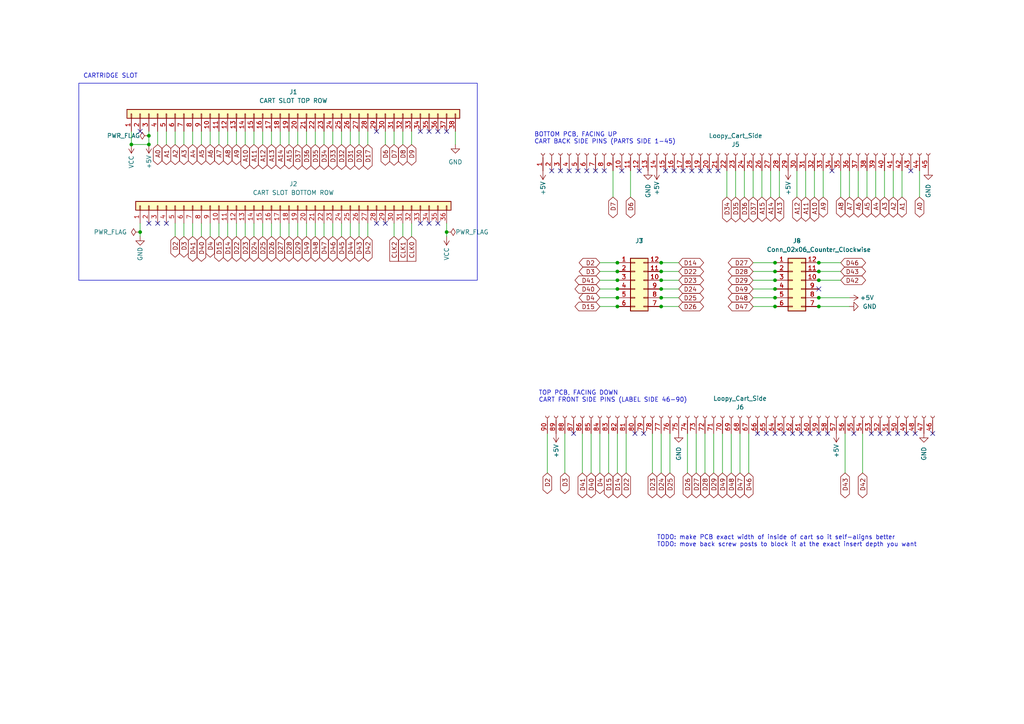
<source format=kicad_sch>
(kicad_sch (version 20231120) (generator "eeschema") (generator_version "8.0")
  (paper "A4")
  (title_block (title "OSCR CASIO LOOPY ADAPTER") (date "2023-06-14") (rev "V1"))
  (lib_symbols
    (symbol "Connector_Generic:Conn_01x36" (pin_names (offset 1.016) hide)
      (property "Reference" "J" (at 0 45.72 0))
      (property "Value" "Conn_01x36" (at 0 -48.26 0))
      (symbol "Conn_01x36_1_1"
        (pin passive line (at -5.08 43.18 0) (length 3.81) (name "Pin_1") (number "1"))
        (pin passive line (at -5.08 20.32 0) (length 3.81) (name "Pin_10") (number "10"))
        (pin passive line (at -5.08 17.78 0) (length 3.81) (name "Pin_11") (number "11"))
        (pin passive line (at -5.08 15.24 0) (length 3.81) (name "Pin_12") (number "12"))
        (pin passive line (at -5.08 12.7 0) (length 3.81) (name "Pin_13") (number "13"))
        (pin passive line (at -5.08 10.16 0) (length 3.81) (name "Pin_14") (number "14"))
        (pin passive line (at -5.08 7.62 0) (length 3.81) (name "Pin_15") (number "15"))
        (pin passive line (at -5.08 5.08 0) (length 3.81) (name "Pin_16") (number "16"))
        (pin passive line (at -5.08 2.54 0) (length 3.81) (name "Pin_17") (number "17"))
        (pin passive line (at -5.08 0 0) (length 3.81) (name "Pin_18") (number "18"))
        (pin passive line (at -5.08 -2.54 0) (length 3.81) (name "Pin_19") (number "19"))
        (pin passive line (at -5.08 40.64 0) (length 3.81) (name "Pin_2") (number "2"))
        (pin passive line (at -5.08 -5.08 0) (length 3.81) (name "Pin_20") (number "20"))
        (pin passive line (at -5.08 -7.62 0) (length 3.81) (name "Pin_21") (number "21"))
        (pin passive line (at -5.08 -10.16 0) (length 3.81) (name "Pin_22") (number "22"))
        (pin passive line (at -5.08 -12.7 0) (length 3.81) (name "Pin_23") (number "23"))
        (pin passive line (at -5.08 -15.24 0) (length 3.81) (name "Pin_24") (number "24"))
        (pin passive line (at -5.08 -17.78 0) (length 3.81) (name "Pin_25") (number "25"))
        (pin passive line (at -5.08 -20.32 0) (length 3.81) (name "Pin_26") (number "26"))
        (pin passive line (at -5.08 -22.86 0) (length 3.81) (name "Pin_27") (number "27"))
        (pin passive line (at -5.08 -25.4 0) (length 3.81) (name "Pin_28") (number "28"))
        (pin passive line (at -5.08 -27.94 0) (length 3.81) (name "Pin_29") (number "29"))
        (pin passive line (at -5.08 38.1 0) (length 3.81) (name "Pin_3") (number "3"))
        (pin passive line (at -5.08 -30.48 0) (length 3.81) (name "Pin_30") (number "30"))
        (pin passive line (at -5.08 -33.02 0) (length 3.81) (name "Pin_31") (number "31"))
        (pin passive line (at -5.08 -35.56 0) (length 3.81) (name "Pin_32") (number "32"))
        (pin passive line (at -5.08 -38.1 0) (length 3.81) (name "Pin_33") (number "33"))
        (pin passive line (at -5.08 -40.64 0) (length 3.81) (name "Pin_34") (number "34"))
        (pin passive line (at -5.08 -43.18 0) (length 3.81) (name "Pin_35") (number "35"))
        (pin passive line (at -5.08 -45.72 0) (length 3.81) (name "Pin_36") (number "36"))
        (pin passive line (at -5.08 35.56 0) (length 3.81) (name "Pin_4") (number "4"))
        (pin passive line (at -5.08 33.02 0) (length 3.81) (name "Pin_5") (number "5"))
        (pin passive line (at -5.08 30.48 0) (length 3.81) (name "Pin_6") (number "6"))
        (pin passive line (at -5.08 27.94 0) (length 3.81) (name "Pin_7") (number "7"))
        (pin passive line (at -5.08 25.4 0) (length 3.81) (name "Pin_8") (number "8"))
        (pin passive line (at -5.08 22.86 0) (length 3.81) (name "Pin_9") (number "9"))
      )
    )
    (symbol "Connector_Generic:Conn_01x38" (pin_names (offset 1.016) hide)
      (property "Reference" "J" (at 0 48.26 0))
      (property "Value" "Conn_01x38" (at 0 -50.8 0))
      (symbol "Conn_01x38_1_1"
        (pin passive line (at -5.08 45.72 0) (length 3.81) (name "Pin_1") (number "1"))
        (pin passive line (at -5.08 22.86 0) (length 3.81) (name "Pin_10") (number "10"))
        (pin passive line (at -5.08 20.32 0) (length 3.81) (name "Pin_11") (number "11"))
        (pin passive line (at -5.08 17.78 0) (length 3.81) (name "Pin_12") (number "12"))
        (pin passive line (at -5.08 15.24 0) (length 3.81) (name "Pin_13") (number "13"))
        (pin passive line (at -5.08 12.7 0) (length 3.81) (name "Pin_14") (number "14"))
        (pin passive line (at -5.08 10.16 0) (length 3.81) (name "Pin_15") (number "15"))
        (pin passive line (at -5.08 7.62 0) (length 3.81) (name "Pin_16") (number "16"))
        (pin passive line (at -5.08 5.08 0) (length 3.81) (name "Pin_17") (number "17"))
        (pin passive line (at -5.08 2.54 0) (length 3.81) (name "Pin_18") (number "18"))
        (pin passive line (at -5.08 0 0) (length 3.81) (name "Pin_19") (number "19"))
        (pin passive line (at -5.08 43.18 0) (length 3.81) (name "Pin_2") (number "2"))
        (pin passive line (at -5.08 -2.54 0) (length 3.81) (name "Pin_20") (number "20"))
        (pin passive line (at -5.08 -5.08 0) (length 3.81) (name "Pin_21") (number "21"))
        (pin passive line (at -5.08 -7.62 0) (length 3.81) (name "Pin_22") (number "22"))
        (pin passive line (at -5.08 -10.16 0) (length 3.81) (name "Pin_23") (number "23"))
        (pin passive line (at -5.08 -12.7 0) (length 3.81) (name "Pin_24") (number "24"))
        (pin passive line (at -5.08 -15.24 0) (length 3.81) (name "Pin_25") (number "25"))
        (pin passive line (at -5.08 -17.78 0) (length 3.81) (name "Pin_26") (number "26"))
        (pin passive line (at -5.08 -20.32 0) (length 3.81) (name "Pin_27") (number "27"))
        (pin passive line (at -5.08 -22.86 0) (length 3.81) (name "Pin_28") (number "28"))
        (pin passive line (at -5.08 -25.4 0) (length 3.81) (name "Pin_29") (number "29"))
        (pin passive line (at -5.08 40.64 0) (length 3.81) (name "Pin_3") (number "3"))
        (pin passive line (at -5.08 -27.94 0) (length 3.81) (name "Pin_30") (number "30"))
        (pin passive line (at -5.08 -30.48 0) (length 3.81) (name "Pin_31") (number "31"))
        (pin passive line (at -5.08 -33.02 0) (length 3.81) (name "Pin_32") (number "32"))
        (pin passive line (at -5.08 -35.56 0) (length 3.81) (name "Pin_33") (number "33"))
        (pin passive line (at -5.08 -38.1 0) (length 3.81) (name "Pin_34") (number "34"))
        (pin passive line (at -5.08 -40.64 0) (length 3.81) (name "Pin_35") (number "35"))
        (pin passive line (at -5.08 -43.18 0) (length 3.81) (name "Pin_36") (number "36"))
        (pin passive line (at -5.08 -45.72 0) (length 3.81) (name "Pin_37") (number "37"))
        (pin passive line (at -5.08 -48.26 0) (length 3.81) (name "Pin_38") (number "38"))
        (pin passive line (at -5.08 38.1 0) (length 3.81) (name "Pin_4") (number "4"))
        (pin passive line (at -5.08 35.56 0) (length 3.81) (name "Pin_5") (number "5"))
        (pin passive line (at -5.08 33.02 0) (length 3.81) (name "Pin_6") (number "6"))
        (pin passive line (at -5.08 30.48 0) (length 3.81) (name "Pin_7") (number "7"))
        (pin passive line (at -5.08 27.94 0) (length 3.81) (name "Pin_8") (number "8"))
        (pin passive line (at -5.08 25.4 0) (length 3.81) (name "Pin_9") (number "9"))
      )
    )
    (symbol "Connector_Generic:Conn_02x06_Counter_Clockwise" (pin_names (offset 1.016) hide)
      (property "Reference" "J" (at 1.27 7.62 0))
      (property "Value" "Conn_02x06_Counter_Clockwise" (at 1.27 -10.16 0))
      (symbol "Conn_02x06_Counter_Clockwise_1_1"
        (pin passive line (at -5.08 5.08 0) (length 3.81) (name "Pin_1") (number "1"))
        (pin passive line (at 7.62 0 180) (length 3.81) (name "Pin_10") (number "10"))
        (pin passive line (at 7.62 2.54 180) (length 3.81) (name "Pin_11") (number "11"))
        (pin passive line (at 7.62 5.08 180) (length 3.81) (name "Pin_12") (number "12"))
        (pin passive line (at -5.08 2.54 0) (length 3.81) (name "Pin_2") (number "2"))
        (pin passive line (at -5.08 0 0) (length 3.81) (name "Pin_3") (number "3"))
        (pin passive line (at -5.08 -2.54 0) (length 3.81) (name "Pin_4") (number "4"))
        (pin passive line (at -5.08 -5.08 0) (length 3.81) (name "Pin_5") (number "5"))
        (pin passive line (at -5.08 -7.62 0) (length 3.81) (name "Pin_6") (number "6"))
        (pin passive line (at 7.62 -7.62 180) (length 3.81) (name "Pin_7") (number "7"))
        (pin passive line (at 7.62 -5.08 180) (length 3.81) (name "Pin_8") (number "8"))
        (pin passive line (at 7.62 -2.54 180) (length 3.81) (name "Pin_9") (number "9"))
      )
    )
    (symbol "OSCR:Loopy_Cart_FrontSide_01x45" (pin_names (offset 1.016) hide)
      (property "Reference" "J" (at 0 50.8 0))
      (property "Value" "Loopy_Cart_Side" (at -1.27 54.61 0))
      (symbol "Loopy_Cart_FrontSide_01x45_1_1"
        (pin passive line (at -5.08 -63.5 0) (length 3.81) (name "") (number "46"))
        (pin passive line (at -5.08 -60.96 0) (length 3.81) (name "") (number "47"))
        (pin passive line (at -5.08 -58.42 0) (length 3.81) (name "") (number "48"))
        (pin passive line (at -5.08 -55.88 0) (length 3.81) (name "") (number "49"))
        (pin passive line (at -5.08 -53.34 0) (length 3.81) (name "") (number "50"))
        (pin passive line (at -5.08 -50.8 0) (length 3.81) (name "") (number "51"))
        (pin passive line (at -5.08 -48.26 0) (length 3.81) (name "") (number "52"))
        (pin passive line (at -5.08 -45.72 0) (length 3.81) (name "") (number "53"))
        (pin passive line (at -5.08 -43.18 0) (length 3.81) (name "") (number "54"))
        (pin passive line (at -5.08 -40.64 0) (length 3.81) (name "") (number "55"))
        (pin passive line (at -5.08 -38.1 0) (length 3.81) (name "") (number "56"))
        (pin passive line (at -5.08 -35.56 0) (length 3.81) (name "") (number "57"))
        (pin passive line (at -5.08 -33.02 0) (length 3.81) (name "") (number "58"))
        (pin passive line (at -5.08 -30.48 0) (length 3.81) (name "") (number "59"))
        (pin passive line (at -5.08 -27.94 0) (length 3.81) (name "") (number "60"))
        (pin passive line (at -5.08 -25.4 0) (length 3.81) (name "") (number "61"))
        (pin passive line (at -5.08 -22.86 0) (length 3.81) (name "") (number "62"))
        (pin passive line (at -5.08 -20.32 0) (length 3.81) (name "") (number "63"))
        (pin passive line (at -5.08 -17.78 0) (length 3.81) (name "") (number "64"))
        (pin passive line (at -5.08 -15.24 0) (length 3.81) (name "") (number "65"))
        (pin passive line (at -5.08 -12.7 0) (length 3.81) (name "") (number "66"))
        (pin passive line (at -5.08 -10.16 0) (length 3.81) (name "") (number "67"))
        (pin passive line (at -5.08 -7.62 0) (length 3.81) (name "") (number "68"))
        (pin passive line (at -5.08 -5.08 0) (length 3.81) (name "") (number "69"))
        (pin passive line (at -5.08 -2.54 0) (length 3.81) (name "") (number "70"))
        (pin passive line (at -5.08 0 0) (length 3.81) (name "") (number "71"))
        (pin passive line (at -5.08 2.54 0) (length 3.81) (name "") (number "72"))
        (pin passive line (at -5.08 5.08 0) (length 3.81) (name "") (number "73"))
        (pin passive line (at -5.08 7.62 0) (length 3.81) (name "") (number "74"))
        (pin passive line (at -5.08 10.16 0) (length 3.81) (name "") (number "75"))
        (pin passive line (at -5.08 12.7 0) (length 3.81) (name "") (number "76"))
        (pin passive line (at -5.08 15.24 0) (length 3.81) (name "") (number "77"))
        (pin passive line (at -5.08 17.78 0) (length 3.81) (name "") (number "78"))
        (pin passive line (at -5.08 20.32 0) (length 3.81) (name "") (number "79"))
        (pin passive line (at -5.08 22.86 0) (length 3.81) (name "") (number "80"))
        (pin passive line (at -5.08 25.4 0) (length 3.81) (name "") (number "81"))
        (pin passive line (at -5.08 27.94 0) (length 3.81) (name "") (number "82"))
        (pin passive line (at -5.08 30.48 0) (length 3.81) (name "") (number "83"))
        (pin passive line (at -5.08 33.02 0) (length 3.81) (name "") (number "84"))
        (pin passive line (at -5.08 35.56 0) (length 3.81) (name "") (number "85"))
        (pin passive line (at -5.08 38.1 0) (length 3.81) (name "") (number "86"))
        (pin passive line (at -5.08 40.64 0) (length 3.81) (name "") (number "87"))
        (pin passive line (at -5.08 43.18 0) (length 3.81) (name "") (number "88"))
        (pin passive line (at -5.08 45.72 0) (length 3.81) (name "") (number "89"))
        (pin passive line (at -5.08 48.26 0) (length 3.81) (name "") (number "90"))
      )
    )
    (symbol "OSCR:Loopy_Cart_Side_01x45" (pin_names (offset 1.016) hide)
      (property "Reference" "J" (at 0 50.8 0))
      (property "Value" "Loopy_Cart_Side" (at -1.27 54.61 0))
      (symbol "Loopy_Cart_Side_01x45_1_1"
        (pin passive line (at -5.08 48.26 0) (length 3.81) (name "Pin_1") (number "1"))
        (pin passive line (at -5.08 25.4 0) (length 3.81) (name "Pin_10") (number "10"))
        (pin passive line (at -5.08 22.86 0) (length 3.81) (name "Pin_11") (number "11"))
        (pin passive line (at -5.08 20.32 0) (length 3.81) (name "Pin_12") (number "12"))
        (pin passive line (at -5.08 17.78 0) (length 3.81) (name "Pin_13") (number "13"))
        (pin passive line (at -5.08 15.24 0) (length 3.81) (name "Pin_14") (number "14"))
        (pin passive line (at -5.08 12.7 0) (length 3.81) (name "Pin_15") (number "15"))
        (pin passive line (at -5.08 10.16 0) (length 3.81) (name "Pin_16") (number "16"))
        (pin passive line (at -5.08 7.62 0) (length 3.81) (name "Pin_17") (number "17"))
        (pin passive line (at -5.08 5.08 0) (length 3.81) (name "Pin_18") (number "18"))
        (pin passive line (at -5.08 2.54 0) (length 3.81) (name "Pin_19") (number "19"))
        (pin passive line (at -5.08 45.72 0) (length 3.81) (name "Pin_2") (number "2"))
        (pin passive line (at -5.08 0 0) (length 3.81) (name "Pin_20") (number "20"))
        (pin passive line (at -5.08 -2.54 0) (length 3.81) (name "Pin_21") (number "21"))
        (pin passive line (at -5.08 -5.08 0) (length 3.81) (name "Pin_22") (number "22"))
        (pin passive line (at -5.08 -7.62 0) (length 3.81) (name "Pin_23") (number "23"))
        (pin passive line (at -5.08 -10.16 0) (length 3.81) (name "Pin_24") (number "24"))
        (pin passive line (at -5.08 -12.7 0) (length 3.81) (name "Pin_25") (number "25"))
        (pin passive line (at -5.08 -15.24 0) (length 3.81) (name "Pin_26") (number "26"))
        (pin passive line (at -5.08 -17.78 0) (length 3.81) (name "Pin_27") (number "27"))
        (pin passive line (at -5.08 -20.32 0) (length 3.81) (name "Pin_28") (number "28"))
        (pin passive line (at -5.08 -22.86 0) (length 3.81) (name "Pin_29") (number "29"))
        (pin passive line (at -5.08 43.18 0) (length 3.81) (name "Pin_3") (number "3"))
        (pin passive line (at -5.08 -25.4 0) (length 3.81) (name "Pin_30") (number "30"))
        (pin passive line (at -5.08 -27.94 0) (length 3.81) (name "Pin_31") (number "31"))
        (pin passive line (at -5.08 -30.48 0) (length 3.81) (name "Pin_32") (number "32"))
        (pin passive line (at -5.08 -33.02 0) (length 3.81) (name "Pin_33") (number "33"))
        (pin passive line (at -5.08 -35.56 0) (length 3.81) (name "Pin_34") (number "34"))
        (pin passive line (at -5.08 -38.1 0) (length 3.81) (name "Pin_35") (number "35"))
        (pin passive line (at -5.08 -40.64 0) (length 3.81) (name "Pin_36") (number "36"))
        (pin passive line (at -5.08 -43.18 0) (length 3.81) (name "Pin_37") (number "37"))
        (pin passive line (at -5.08 -45.72 0) (length 3.81) (name "Pin_38") (number "38"))
        (pin passive line (at -5.08 -48.26 0) (length 3.81) (name "Pin_39") (number "39"))
        (pin passive line (at -5.08 40.64 0) (length 3.81) (name "Pin_4") (number "4"))
        (pin passive line (at -5.08 -50.8 0) (length 3.81) (name "Pin_40") (number "40"))
        (pin passive line (at -5.08 -53.34 0) (length 3.81) (name "Pin_41") (number "41"))
        (pin passive line (at -5.08 -55.88 0) (length 3.81) (name "Pin_42") (number "42"))
        (pin passive line (at -5.08 -58.42 0) (length 3.81) (name "Pin_43") (number "43"))
        (pin passive line (at -5.08 -60.96 0) (length 3.81) (name "Pin_44") (number "44"))
        (pin passive line (at -5.08 -63.5 0) (length 3.81) (name "Pin_45") (number "45"))
        (pin passive line (at -5.08 38.1 0) (length 3.81) (name "Pin_5") (number "5"))
        (pin passive line (at -5.08 35.56 0) (length 3.81) (name "Pin_6") (number "6"))
        (pin passive line (at -5.08 33.02 0) (length 3.81) (name "Pin_7") (number "7"))
        (pin passive line (at -5.08 30.48 0) (length 3.81) (name "Pin_8") (number "8"))
        (pin passive line (at -5.08 27.94 0) (length 3.81) (name "Pin_9") (number "9"))
      )
    )
    (symbol "power:+5V" (power) (pin_names (offset 0))
      (property "Value" "+5V" (at 0 3.556 0))
      (symbol "+5V_1_1"
        (pin power_in line (at 0 0 90) (length 0) hide (name "+5V") (number "1"))
      )
    )
    (symbol "power:GND" (power) (pin_names (offset 0))
      (property "Value" "GND" (at 0 -3.81 0))
      (symbol "GND_1_1"
        (pin power_in line (at 0 0 270) (length 0) hide (name "GND") (number "1"))
      )
    )
    (symbol "power:PWR_FLAG" (power) (pin_numbers hide) (pin_names (offset 0) hide)
      (property "Value" "PWR_FLAG" (at 0 3.81 0))
      (symbol "PWR_FLAG_0_0"
        (pin power_out line (at 0 0 90) (length 0) (name "pwr") (number "1"))
      )
    )
    (symbol "power:VCC" (power) (pin_names (offset 0))
      (property "Value" "VCC" (at 0 3.81 0))
      (symbol "VCC_1_1"
        (pin power_in line (at 0 0 90) (length 0) hide (name "VCC") (number "1"))
      )
    )
  )
  (junction (at 43.18 41.91))
  (junction (at 224.79 86.36))
  (junction (at 191.77 83.82))
  (junction (at 237.49 78.74))
  (junction (at 179.07 86.36))
  (junction (at 191.77 86.36))
  (junction (at 179.07 81.28))
  (junction (at 224.79 81.28))
  (junction (at 38.1 41.91))
  (junction (at 191.77 76.2))
  (junction (at 191.77 88.9))
  (junction (at 237.49 81.28))
  (junction (at 40.64 67.31))
  (junction (at 129.54 67.31))
  (junction (at 237.49 76.2))
  (junction (at 224.79 88.9))
  (junction (at 179.07 76.2))
  (junction (at 224.79 76.2))
  (junction (at 179.07 78.74))
  (junction (at 179.07 83.82))
  (junction (at 43.18 39.37))
  (junction (at 224.79 83.82))
  (junction (at 179.07 88.9))
  (junction (at 224.79 78.74))
  (junction (at 237.49 88.9))
  (junction (at 191.77 78.74))
  (junction (at 191.77 81.28))
  (junction (at 237.49 86.36))
  (no_connect (at 262.89 125.73))
  (no_connect (at 264.16 49.53))
  (no_connect (at 222.25 125.73))
  (no_connect (at 219.71 125.73))
  (no_connect (at 200.66 49.53))
  (no_connect (at 240.03 125.73))
  (no_connect (at 265.43 125.73))
  (no_connect (at 109.22 38.1))
  (no_connect (at 205.74 49.53))
  (no_connect (at 166.37 125.73))
  (no_connect (at 208.28 49.53))
  (no_connect (at 170.18 49.53))
  (no_connect (at 232.41 125.73))
  (no_connect (at 172.72 49.53))
  (no_connect (at 198.12 49.53))
  (no_connect (at 185.42 49.53))
  (no_connect (at 195.58 49.53))
  (no_connect (at 184.15 125.73))
  (no_connect (at 247.65 125.73))
  (no_connect (at 175.26 49.53))
  (no_connect (at 255.27 125.73))
  (no_connect (at 203.2 49.53))
  (no_connect (at 40.64 38.1))
  (no_connect (at 257.81 125.73))
  (no_connect (at 121.92 64.77))
  (no_connect (at 124.46 64.77))
  (no_connect (at 127 64.77))
  (no_connect (at 121.92 38.1))
  (no_connect (at 124.46 38.1))
  (no_connect (at 127 38.1))
  (no_connect (at 129.54 38.1))
  (no_connect (at 270.51 125.73))
  (no_connect (at 260.35 125.73))
  (no_connect (at 252.73 125.73))
  (no_connect (at 227.33 125.73))
  (no_connect (at 160.02 49.53))
  (no_connect (at 167.64 49.53))
  (no_connect (at 165.1 49.53))
  (no_connect (at 234.95 125.73))
  (no_connect (at 186.69 125.73))
  (no_connect (at 241.3 49.53))
  (no_connect (at 237.49 125.73))
  (no_connect (at 162.56 49.53))
  (no_connect (at 229.87 125.73))
  (no_connect (at 193.04 49.53))
  (no_connect (at 43.18 64.77))
  (no_connect (at 45.72 64.77))
  (no_connect (at 48.26 64.77))
  (no_connect (at 109.22 64.77))
  (no_connect (at 111.76 64.77))
  (no_connect (at 237.49 83.82))
  (no_connect (at 224.79 125.73))
  (no_connect (at 180.34 49.53))
  (wire (pts (xy 53.34 64.77) (xy 53.34 68.58)))
  (wire (pts (xy 266.7 49.53) (xy 266.7 57.15)))
  (wire (pts (xy 60.96 64.77) (xy 60.96 68.58)))
  (wire (pts (xy 177.8 49.53) (xy 177.8 57.15)))
  (wire (pts (xy 114.3 38.1) (xy 114.3 41.91)))
  (wire (pts (xy 96.52 38.1) (xy 96.52 41.91)))
  (wire (pts (xy 81.28 38.1) (xy 81.28 41.91)))
  (wire (pts (xy 238.76 49.53) (xy 238.76 57.15)))
  (wire (pts (xy 261.62 49.53) (xy 261.62 57.15)))
  (wire (pts (xy 173.99 81.28) (xy 179.07 81.28)))
  (wire (pts (xy 243.84 49.53) (xy 243.84 57.15)))
  (wire (pts (xy 86.36 64.77) (xy 86.36 68.58)))
  (wire (pts (xy 231.14 49.53) (xy 231.14 57.15)))
  (wire (pts (xy 199.39 125.73) (xy 199.39 137.16)))
  (wire (pts (xy 237.49 86.36) (xy 246.38 86.36)))
  (wire (pts (xy 254 49.53) (xy 254 57.15)))
  (wire (pts (xy 173.99 78.74) (xy 179.07 78.74)))
  (wire (pts (xy 111.76 38.1) (xy 111.76 41.91)))
  (wire (pts (xy 217.17 125.73) (xy 217.17 137.16)))
  (wire (pts (xy 45.72 38.1) (xy 45.72 41.91)))
  (wire (pts (xy 78.74 38.1) (xy 78.74 41.91)))
  (wire (pts (xy 38.1 38.1) (xy 38.1 41.91)))
  (wire (pts (xy 76.2 38.1) (xy 76.2 41.91)))
  (wire (pts (xy 83.82 64.77) (xy 83.82 68.58)))
  (wire (pts (xy 119.38 64.77) (xy 119.38 68.58)))
  (wire (pts (xy 114.3 64.77) (xy 114.3 68.58)))
  (wire (pts (xy 168.91 125.73) (xy 168.91 137.16)))
  (wire (pts (xy 76.2 64.77) (xy 76.2 68.58)))
  (wire (pts (xy 68.58 38.1) (xy 68.58 41.91)))
  (wire (pts (xy 245.11 125.73) (xy 245.11 137.16)))
  (wire (pts (xy 43.18 38.1) (xy 43.18 39.37)))
  (wire (pts (xy 43.18 39.37) (xy 43.18 41.91)))
  (wire (pts (xy 50.8 38.1) (xy 50.8 41.91)))
  (wire (pts (xy 236.22 49.53) (xy 236.22 57.15)))
  (wire (pts (xy 218.44 81.28) (xy 224.79 81.28)))
  (wire (pts (xy 215.9 49.53) (xy 215.9 57.15)))
  (wire (pts (xy 243.84 81.28) (xy 237.49 81.28)))
  (wire (pts (xy 48.26 38.1) (xy 48.26 41.91)))
  (wire (pts (xy 179.07 125.73) (xy 179.07 137.16)))
  (wire (pts (xy 226.06 49.53) (xy 226.06 57.15)))
  (wire (pts (xy 86.36 38.1) (xy 86.36 41.91)))
  (wire (pts (xy 191.77 83.82) (xy 196.85 83.82)))
  (wire (pts (xy 101.6 64.77) (xy 101.6 68.58)))
  (wire (pts (xy 181.61 125.73) (xy 181.61 137.16)))
  (wire (pts (xy 73.66 38.1) (xy 73.66 41.91)))
  (wire (pts (xy 83.82 38.1) (xy 83.82 41.91)))
  (wire (pts (xy 93.98 64.77) (xy 93.98 68.58)))
  (polyline (pts (xy 22.86 24.13) (xy 22.86 81.28)))
  (polyline (pts (xy 22.86 24.13) (xy 138.43 24.13)))
  (polyline (pts (xy 138.43 24.13) (xy 138.43 81.28)))
  (polyline (pts (xy 138.43 81.28) (xy 22.86 81.28)))
  (wire (pts (xy 191.77 76.2) (xy 196.85 76.2)))
  (wire (pts (xy 58.42 64.77) (xy 58.42 68.58)))
  (wire (pts (xy 55.88 38.1) (xy 55.88 41.91)))
  (wire (pts (xy 104.14 38.1) (xy 104.14 41.91)))
  (wire (pts (xy 214.63 125.73) (xy 214.63 137.16)))
  (wire (pts (xy 173.99 86.36) (xy 179.07 86.36)))
  (wire (pts (xy 99.06 38.1) (xy 99.06 41.91)))
  (wire (pts (xy 99.06 64.77) (xy 99.06 68.58)))
  (wire (pts (xy 81.28 64.77) (xy 81.28 68.58)))
  (wire (pts (xy 204.47 125.73) (xy 204.47 137.16)))
  (wire (pts (xy 68.58 64.77) (xy 68.58 68.58)))
  (wire (pts (xy 243.84 78.74) (xy 237.49 78.74)))
  (wire (pts (xy 71.12 38.1) (xy 71.12 41.91)))
  (wire (pts (xy 91.44 38.1) (xy 91.44 41.91)))
  (wire (pts (xy 116.84 38.1) (xy 116.84 41.91)))
  (wire (pts (xy 194.31 125.73) (xy 194.31 137.16)))
  (wire (pts (xy 50.8 64.77) (xy 50.8 68.58)))
  (wire (pts (xy 38.1 41.91) (xy 43.18 41.91)))
  (wire (pts (xy 173.99 88.9) (xy 179.07 88.9)))
  (wire (pts (xy 243.84 76.2) (xy 237.49 76.2)))
  (wire (pts (xy 71.12 64.77) (xy 71.12 68.58)))
  (wire (pts (xy 171.45 125.73) (xy 171.45 137.16)))
  (wire (pts (xy 58.42 38.1) (xy 58.42 41.91)))
  (wire (pts (xy 233.68 49.53) (xy 233.68 57.15)))
  (wire (pts (xy 163.83 125.73) (xy 163.83 137.16)))
  (wire (pts (xy 173.99 76.2) (xy 179.07 76.2)))
  (wire (pts (xy 212.09 125.73) (xy 212.09 137.16)))
  (wire (pts (xy 259.08 49.53) (xy 259.08 57.15)))
  (wire (pts (xy 218.44 86.36) (xy 224.79 86.36)))
  (wire (pts (xy 53.34 38.1) (xy 53.34 41.91)))
  (wire (pts (xy 218.44 76.2) (xy 224.79 76.2)))
  (wire (pts (xy 191.77 86.36) (xy 196.85 86.36)))
  (wire (pts (xy 116.84 64.77) (xy 116.84 68.58)))
  (wire (pts (xy 106.68 38.1) (xy 106.68 41.91)))
  (wire (pts (xy 191.77 125.73) (xy 191.77 137.16)))
  (wire (pts (xy 191.77 78.74) (xy 196.85 78.74)))
  (wire (pts (xy 220.98 49.53) (xy 220.98 57.15)))
  (wire (pts (xy 63.5 38.1) (xy 63.5 41.91)))
  (wire (pts (xy 173.99 125.73) (xy 173.99 137.16)))
  (wire (pts (xy 182.88 49.53) (xy 182.88 57.15)))
  (wire (pts (xy 96.52 64.77) (xy 96.52 68.58)))
  (wire (pts (xy 223.52 49.53) (xy 223.52 57.15)))
  (wire (pts (xy 66.04 64.77) (xy 66.04 68.58)))
  (wire (pts (xy 218.44 83.82) (xy 224.79 83.82)))
  (wire (pts (xy 213.36 49.53) (xy 213.36 57.15)))
  (wire (pts (xy 218.44 78.74) (xy 224.79 78.74)))
  (wire (pts (xy 246.38 49.53) (xy 246.38 57.15)))
  (wire (pts (xy 251.46 49.53) (xy 251.46 57.15)))
  (wire (pts (xy 173.99 83.82) (xy 179.07 83.82)))
  (wire (pts (xy 132.08 38.1) (xy 132.08 41.91)))
  (wire (pts (xy 78.74 64.77) (xy 78.74 68.58)))
  (wire (pts (xy 218.44 88.9) (xy 224.79 88.9)))
  (wire (pts (xy 158.75 125.73) (xy 158.75 137.16)))
  (wire (pts (xy 119.38 38.1) (xy 119.38 41.91)))
  (wire (pts (xy 66.04 38.1) (xy 66.04 41.91)))
  (wire (pts (xy 237.49 88.9) (xy 246.38 88.9)))
  (wire (pts (xy 209.55 125.73) (xy 209.55 137.16)))
  (wire (pts (xy 60.96 38.1) (xy 60.96 41.91)))
  (wire (pts (xy 88.9 64.77) (xy 88.9 68.58)))
  (wire (pts (xy 191.77 81.28) (xy 196.85 81.28)))
  (wire (pts (xy 88.9 38.1) (xy 88.9 41.91)))
  (wire (pts (xy 210.82 49.53) (xy 210.82 57.15)))
  (wire (pts (xy 189.23 125.73) (xy 189.23 137.16)))
  (wire (pts (xy 91.44 64.77) (xy 91.44 68.58)))
  (wire (pts (xy 218.44 49.53) (xy 218.44 57.15)))
  (wire (pts (xy 73.66 64.77) (xy 73.66 68.58)))
  (wire (pts (xy 129.54 64.77) (xy 129.54 67.31)))
  (wire (pts (xy 129.54 67.31) (xy 129.54 68.58)))
  (wire (pts (xy 248.92 49.53) (xy 248.92 57.15)))
  (wire (pts (xy 176.53 125.73) (xy 176.53 137.16)))
  (wire (pts (xy 93.98 38.1) (xy 93.98 41.91)))
  (wire (pts (xy 55.88 64.77) (xy 55.88 68.58)))
  (wire (pts (xy 101.6 38.1) (xy 101.6 41.91)))
  (wire (pts (xy 40.64 64.77) (xy 40.64 67.31)))
  (wire (pts (xy 40.64 67.31) (xy 40.64 68.58)))
  (wire (pts (xy 104.14 64.77) (xy 104.14 68.58)))
  (wire (pts (xy 256.54 49.53) (xy 256.54 57.15)))
  (wire (pts (xy 191.77 88.9) (xy 196.85 88.9)))
  (wire (pts (xy 250.19 125.73) (xy 250.19 137.16)))
  (wire (pts (xy 201.93 125.73) (xy 201.93 137.16)))
  (wire (pts (xy 106.68 64.77) (xy 106.68 68.58)))
  (wire (pts (xy 63.5 64.77) (xy 63.5 68.58)))
  (wire (pts (xy 207.01 125.73) (xy 207.01 137.16)))
  (text "TODO: make PCB exact width of inside of cart so it self-aligns better\nTODO: move back screw posts to block it at the exact insert depth you want" (at 190.5 158.75 0) (effects (font (size 1.27 1.27)) (justify left bottom)))
  (text "CARTRIDGE SLOT" (at 24.13 22.86 0) (effects (font (size 1.27 1.27)) (justify left bottom)))
  (text "TOP PCB, FACING DOWN\nCART FRONT SIDE PINS (LABEL SIDE 46-90)" (at 156.21 116.84 0) (effects (font (size 1.27 1.27)) (justify left bottom)))
  (text "BOTTOM PCB, FACING UP\nCART BACK SIDE PINS (PARTS SIDE 1-45)" (at 154.94 41.91 0) (effects (font (size 1.27 1.27)) (justify left bottom)))
  (global_label "A6" (shape bidirectional) (at 60.96 41.91 270) (property "Intersheetrefs" "${INTERSHEET_REFS}" (effects (hide yes))))
  (global_label "D26" (shape bidirectional) (at 199.39 137.16 270) (property "Intersheetrefs" "${INTERSHEET_REFS}" (effects (hide yes))))
  (global_label "D29" (shape bidirectional) (at 86.36 68.58 270) (property "Intersheetrefs" "${INTERSHEET_REFS}" (effects (hide yes))))
  (global_label "A9" (shape bidirectional) (at 68.58 41.91 270) (property "Intersheetrefs" "${INTERSHEET_REFS}" (effects (hide yes))))
  (global_label "D31" (shape bidirectional) (at 101.6 41.91 270) (property "Intersheetrefs" "${INTERSHEET_REFS}" (effects (hide yes))))
  (global_label "D35" (shape bidirectional) (at 213.36 57.15 270) (property "Intersheetrefs" "${INTERSHEET_REFS}" (effects (hide yes))))
  (global_label "D24" (shape bidirectional) (at 73.66 68.58 270) (property "Intersheetrefs" "${INTERSHEET_REFS}" (effects (hide yes))))
  (global_label "D29" (shape bidirectional) (at 218.44 81.28 180) (property "Intersheetrefs" "${INTERSHEET_REFS}" (effects (hide yes))))
  (global_label "D41" (shape bidirectional) (at 173.99 81.28 180) (property "Intersheetrefs" "${INTERSHEET_REFS}" (effects (hide yes))))
  (global_label "D49" (shape bidirectional) (at 218.44 83.82 180) (property "Intersheetrefs" "${INTERSHEET_REFS}" (effects (hide yes))))
  (global_label "D17" (shape bidirectional) (at 106.68 41.91 270) (property "Intersheetrefs" "${INTERSHEET_REFS}" (effects (hide yes))))
  (global_label "D28" (shape bidirectional) (at 218.44 78.74 180) (property "Intersheetrefs" "${INTERSHEET_REFS}" (effects (hide yes))))
  (global_label "D34" (shape bidirectional) (at 93.98 41.91 270) (property "Intersheetrefs" "${INTERSHEET_REFS}" (effects (hide yes))))
  (global_label "A11" (shape bidirectional) (at 73.66 41.91 270) (property "Intersheetrefs" "${INTERSHEET_REFS}" (effects (hide yes))))
  (global_label "D40" (shape bidirectional) (at 171.45 137.16 270) (property "Intersheetrefs" "${INTERSHEET_REFS}" (effects (hide yes))))
  (global_label "D46" (shape bidirectional) (at 96.52 68.58 270) (property "Intersheetrefs" "${INTERSHEET_REFS}" (effects (hide yes))))
  (global_label "D25" (shape bidirectional) (at 76.2 68.58 270) (property "Intersheetrefs" "${INTERSHEET_REFS}" (effects (hide yes))))
  (global_label "A4" (shape bidirectional) (at 254 57.15 270) (property "Intersheetrefs" "${INTERSHEET_REFS}" (effects (hide yes))))
  (global_label "D7" (shape bidirectional) (at 177.8 57.15 270) (property "Intersheetrefs" "${INTERSHEET_REFS}" (effects (hide yes))))
  (global_label "CLK1" (shape input) (at 116.84 68.58 270) (property "Intersheetrefs" "${INTERSHEET_REFS}" (effects (hide yes))))
  (global_label "A5" (shape bidirectional) (at 58.42 41.91 270) (property "Intersheetrefs" "${INTERSHEET_REFS}" (effects (hide yes))))
  (global_label "A0" (shape bidirectional) (at 266.7 57.15 270) (property "Intersheetrefs" "${INTERSHEET_REFS}" (effects (hide yes))))
  (global_label "D14" (shape bidirectional) (at 196.85 76.2 0) (property "Intersheetrefs" "${INTERSHEET_REFS}" (effects (hide yes))))
  (global_label "D3" (shape bidirectional) (at 173.99 78.74 180) (property "Intersheetrefs" "${INTERSHEET_REFS}" (effects (hide yes))))
  (global_label "D49" (shape bidirectional) (at 88.9 68.58 270) (property "Intersheetrefs" "${INTERSHEET_REFS}" (effects (hide yes))))
  (global_label "D7" (shape bidirectional) (at 114.3 41.91 270) (property "Intersheetrefs" "${INTERSHEET_REFS}" (effects (hide yes))))
  (global_label "D41" (shape bidirectional) (at 168.91 137.16 270) (property "Intersheetrefs" "${INTERSHEET_REFS}" (effects (hide yes))))
  (global_label "A9" (shape bidirectional) (at 238.76 57.15 270) (property "Intersheetrefs" "${INTERSHEET_REFS}" (effects (hide yes))))
  (global_label "D24" (shape bidirectional) (at 196.85 83.82 0) (property "Intersheetrefs" "${INTERSHEET_REFS}" (effects (hide yes))))
  (global_label "A14" (shape bidirectional) (at 223.52 57.15 270) (property "Intersheetrefs" "${INTERSHEET_REFS}" (effects (hide yes))))
  (global_label "A1" (shape bidirectional) (at 261.62 57.15 270) (property "Intersheetrefs" "${INTERSHEET_REFS}" (effects (hide yes))))
  (global_label "D33" (shape bidirectional) (at 96.52 41.91 270) (property "Intersheetrefs" "${INTERSHEET_REFS}" (effects (hide yes))))
  (global_label "A12" (shape bidirectional) (at 76.2 41.91 270) (property "Intersheetrefs" "${INTERSHEET_REFS}" (effects (hide yes))))
  (global_label "A13" (shape bidirectional) (at 226.06 57.15 270) (property "Intersheetrefs" "${INTERSHEET_REFS}" (effects (hide yes))))
  (global_label "CLK0" (shape input) (at 119.38 68.58 270) (property "Intersheetrefs" "${INTERSHEET_REFS}" (effects (hide yes))))
  (global_label "D9" (shape bidirectional) (at 119.38 41.91 270) (property "Intersheetrefs" "${INTERSHEET_REFS}" (effects (hide yes))))
  (global_label "A7" (shape bidirectional) (at 63.5 41.91 270) (property "Intersheetrefs" "${INTERSHEET_REFS}" (effects (hide yes))))
  (global_label "D30" (shape bidirectional) (at 104.14 41.91 270) (property "Intersheetrefs" "${INTERSHEET_REFS}" (effects (hide yes))))
  (global_label "D15" (shape bidirectional) (at 63.5 68.58 270) (property "Intersheetrefs" "${INTERSHEET_REFS}" (effects (hide yes))))
  (global_label "D26" (shape bidirectional) (at 196.85 88.9 0) (property "Intersheetrefs" "${INTERSHEET_REFS}" (effects (hide yes))))
  (global_label "D28" (shape bidirectional) (at 83.82 68.58 270) (property "Intersheetrefs" "${INTERSHEET_REFS}" (effects (hide yes))))
  (global_label "D48" (shape bidirectional) (at 212.09 137.16 270) (property "Intersheetrefs" "${INTERSHEET_REFS}" (effects (hide yes))))
  (global_label "D40" (shape bidirectional) (at 58.42 68.58 270) (property "Intersheetrefs" "${INTERSHEET_REFS}" (effects (hide yes))))
  (global_label "A1" (shape bidirectional) (at 48.26 41.91 270) (property "Intersheetrefs" "${INTERSHEET_REFS}" (effects (hide yes))))
  (global_label "D47" (shape bidirectional) (at 93.98 68.58 270) (property "Intersheetrefs" "${INTERSHEET_REFS}" (effects (hide yes))))
  (global_label "A13" (shape bidirectional) (at 78.74 41.91 270) (property "Intersheetrefs" "${INTERSHEET_REFS}" (effects (hide yes))))
  (global_label "D14" (shape bidirectional) (at 179.07 137.16 270) (property "Intersheetrefs" "${INTERSHEET_REFS}" (effects (hide yes))))
  (global_label "A3" (shape bidirectional) (at 53.34 41.91 270) (property "Intersheetrefs" "${INTERSHEET_REFS}" (effects (hide yes))))
  (global_label "D34" (shape bidirectional) (at 210.82 57.15 270) (property "Intersheetrefs" "${INTERSHEET_REFS}" (effects (hide yes))))
  (global_label "D46" (shape bidirectional) (at 217.17 137.16 270) (property "Intersheetrefs" "${INTERSHEET_REFS}" (effects (hide yes))))
  (global_label "D6" (shape bidirectional) (at 182.88 57.15 270) (property "Intersheetrefs" "${INTERSHEET_REFS}" (effects (hide yes))))
  (global_label "D40" (shape bidirectional) (at 173.99 83.82 180) (property "Intersheetrefs" "${INTERSHEET_REFS}" (effects (hide yes))))
  (global_label "A6" (shape bidirectional) (at 248.92 57.15 270) (property "Intersheetrefs" "${INTERSHEET_REFS}" (effects (hide yes))))
  (global_label "A15" (shape bidirectional) (at 220.98 57.15 270) (property "Intersheetrefs" "${INTERSHEET_REFS}" (effects (hide yes))))
  (global_label "D2" (shape bidirectional) (at 173.99 76.2 180) (property "Intersheetrefs" "${INTERSHEET_REFS}" (effects (hide yes))))
  (global_label "D43" (shape bidirectional) (at 104.14 68.58 270) (property "Intersheetrefs" "${INTERSHEET_REFS}" (effects (hide yes))))
  (global_label "D8" (shape bidirectional) (at 116.84 41.91 270) (property "Intersheetrefs" "${INTERSHEET_REFS}" (effects (hide yes))))
  (global_label "D36" (shape bidirectional) (at 88.9 41.91 270) (property "Intersheetrefs" "${INTERSHEET_REFS}" (effects (hide yes))))
  (global_label "D23" (shape bidirectional) (at 71.12 68.58 270) (property "Intersheetrefs" "${INTERSHEET_REFS}" (effects (hide yes))))
  (global_label "D41" (shape bidirectional) (at 55.88 68.58 270) (property "Intersheetrefs" "${INTERSHEET_REFS}" (effects (hide yes))))
  (global_label "D4" (shape bidirectional) (at 173.99 137.16 270) (property "Intersheetrefs" "${INTERSHEET_REFS}" (effects (hide yes))))
  (global_label "D46" (shape bidirectional) (at 243.84 76.2 0) (property "Intersheetrefs" "${INTERSHEET_REFS}" (effects (hide yes))))
  (global_label "D29" (shape bidirectional) (at 207.01 137.16 270) (property "Intersheetrefs" "${INTERSHEET_REFS}" (effects (hide yes))))
  (global_label "D43" (shape bidirectional) (at 243.84 78.74 0) (property "Intersheetrefs" "${INTERSHEET_REFS}" (effects (hide yes))))
  (global_label "D14" (shape bidirectional) (at 66.04 68.58 270) (property "Intersheetrefs" "${INTERSHEET_REFS}" (effects (hide yes))))
  (global_label "A2" (shape bidirectional) (at 259.08 57.15 270) (property "Intersheetrefs" "${INTERSHEET_REFS}" (effects (hide yes))))
  (global_label "A7" (shape bidirectional) (at 246.38 57.15 270) (property "Intersheetrefs" "${INTERSHEET_REFS}" (effects (hide yes))))
  (global_label "D4" (shape bidirectional) (at 60.96 68.58 270) (property "Intersheetrefs" "${INTERSHEET_REFS}" (effects (hide yes))))
  (global_label "A10" (shape bidirectional) (at 236.22 57.15 270) (property "Intersheetrefs" "${INTERSHEET_REFS}" (effects (hide yes))))
  (global_label "D22" (shape bidirectional) (at 68.58 68.58 270) (property "Intersheetrefs" "${INTERSHEET_REFS}" (effects (hide yes))))
  (global_label "D2" (shape bidirectional) (at 50.8 68.58 270) (property "Intersheetrefs" "${INTERSHEET_REFS}" (effects (hide yes))))
  (global_label "D23" (shape bidirectional) (at 189.23 137.16 270) (property "Intersheetrefs" "${INTERSHEET_REFS}" (effects (hide yes))))
  (global_label "D22" (shape bidirectional) (at 181.61 137.16 270) (property "Intersheetrefs" "${INTERSHEET_REFS}" (effects (hide yes))))
  (global_label "D27" (shape bidirectional) (at 218.44 76.2 180) (property "Intersheetrefs" "${INTERSHEET_REFS}" (effects (hide yes))))
  (global_label "D35" (shape bidirectional) (at 91.44 41.91 270) (property "Intersheetrefs" "${INTERSHEET_REFS}" (effects (hide yes))))
  (global_label "A0" (shape bidirectional) (at 45.72 41.91 270) (property "Intersheetrefs" "${INTERSHEET_REFS}" (effects (hide yes))))
  (global_label "D37" (shape bidirectional) (at 218.44 57.15 270) (property "Intersheetrefs" "${INTERSHEET_REFS}" (effects (hide yes))))
  (global_label "D23" (shape bidirectional) (at 196.85 81.28 0) (property "Intersheetrefs" "${INTERSHEET_REFS}" (effects (hide yes))))
  (global_label "D44" (shape bidirectional) (at 101.6 68.58 270) (property "Intersheetrefs" "${INTERSHEET_REFS}" (effects (hide yes))))
  (global_label "D48" (shape bidirectional) (at 91.44 68.58 270) (property "Intersheetrefs" "${INTERSHEET_REFS}" (effects (hide yes))))
  (global_label "D2" (shape bidirectional) (at 158.75 137.16 270) (property "Intersheetrefs" "${INTERSHEET_REFS}" (effects (hide yes))))
  (global_label "A10" (shape bidirectional) (at 71.12 41.91 270) (property "Intersheetrefs" "${INTERSHEET_REFS}" (effects (hide yes))))
  (global_label "D49" (shape bidirectional) (at 209.55 137.16 270) (property "Intersheetrefs" "${INTERSHEET_REFS}" (effects (hide yes))))
  (global_label "D22" (shape bidirectional) (at 196.85 78.74 0) (property "Intersheetrefs" "${INTERSHEET_REFS}" (effects (hide yes))))
  (global_label "D27" (shape bidirectional) (at 81.28 68.58 270) (property "Intersheetrefs" "${INTERSHEET_REFS}" (effects (hide yes))))
  (global_label "D4" (shape bidirectional) (at 173.99 86.36 180) (property "Intersheetrefs" "${INTERSHEET_REFS}" (effects (hide yes))))
  (global_label "D3" (shape bidirectional) (at 163.83 137.16 270) (property "Intersheetrefs" "${INTERSHEET_REFS}" (effects (hide yes))))
  (global_label "D25" (shape bidirectional) (at 194.31 137.16 270) (property "Intersheetrefs" "${INTERSHEET_REFS}" (effects (hide yes))))
  (global_label "D3" (shape bidirectional) (at 53.34 68.58 270) (property "Intersheetrefs" "${INTERSHEET_REFS}" (effects (hide yes))))
  (global_label "D15" (shape bidirectional) (at 173.99 88.9 180) (property "Intersheetrefs" "${INTERSHEET_REFS}" (effects (hide yes))))
  (global_label "D42" (shape bidirectional) (at 243.84 81.28 0) (property "Intersheetrefs" "${INTERSHEET_REFS}" (effects (hide yes))))
  (global_label "D42" (shape bidirectional) (at 106.68 68.58 270) (property "Intersheetrefs" "${INTERSHEET_REFS}" (effects (hide yes))))
  (global_label "D48" (shape bidirectional) (at 218.44 86.36 180) (property "Intersheetrefs" "${INTERSHEET_REFS}" (effects (hide yes))))
  (global_label "D47" (shape bidirectional) (at 214.63 137.16 270) (property "Intersheetrefs" "${INTERSHEET_REFS}" (effects (hide yes))))
  (global_label "D32" (shape bidirectional) (at 99.06 41.91 270) (property "Intersheetrefs" "${INTERSHEET_REFS}" (effects (hide yes))))
  (global_label "D15" (shape bidirectional) (at 176.53 137.16 270) (property "Intersheetrefs" "${INTERSHEET_REFS}" (effects (hide yes))))
  (global_label "D37" (shape bidirectional) (at 86.36 41.91 270) (property "Intersheetrefs" "${INTERSHEET_REFS}" (effects (hide yes))))
  (global_label "A5" (shape bidirectional) (at 251.46 57.15 270) (property "Intersheetrefs" "${INTERSHEET_REFS}" (effects (hide yes))))
  (global_label "D24" (shape bidirectional) (at 191.77 137.16 270) (property "Intersheetrefs" "${INTERSHEET_REFS}" (effects (hide yes))))
  (global_label "D28" (shape bidirectional) (at 204.47 137.16 270) (property "Intersheetrefs" "${INTERSHEET_REFS}" (effects (hide yes))))
  (global_label "A14" (shape bidirectional) (at 81.28 41.91 270) (property "Intersheetrefs" "${INTERSHEET_REFS}" (effects (hide yes))))
  (global_label "A12" (shape bidirectional) (at 231.14 57.15 270) (property "Intersheetrefs" "${INTERSHEET_REFS}" (effects (hide yes))))
  (global_label "D45" (shape bidirectional) (at 99.06 68.58 270) (property "Intersheetrefs" "${INTERSHEET_REFS}" (effects (hide yes))))
  (global_label "A15" (shape bidirectional) (at 83.82 41.91 270) (property "Intersheetrefs" "${INTERSHEET_REFS}" (effects (hide yes))))
  (global_label "A3" (shape bidirectional) (at 256.54 57.15 270) (property "Intersheetrefs" "${INTERSHEET_REFS}" (effects (hide yes))))
  (global_label "D36" (shape bidirectional) (at 215.9 57.15 270) (property "Intersheetrefs" "${INTERSHEET_REFS}" (effects (hide yes))))
  (global_label "D43" (shape bidirectional) (at 245.11 137.16 270) (property "Intersheetrefs" "${INTERSHEET_REFS}" (effects (hide yes))))
  (global_label "D6" (shape bidirectional) (at 111.76 41.91 270) (property "Intersheetrefs" "${INTERSHEET_REFS}" (effects (hide yes))))
  (global_label "CLK2" (shape input) (at 114.3 68.58 270) (property "Intersheetrefs" "${INTERSHEET_REFS}" (effects (hide yes))))
  (global_label "D26" (shape bidirectional) (at 78.74 68.58 270) (property "Intersheetrefs" "${INTERSHEET_REFS}" (effects (hide yes))))
  (global_label "A11" (shape bidirectional) (at 233.68 57.15 270) (property "Intersheetrefs" "${INTERSHEET_REFS}" (effects (hide yes))))
  (global_label "D42" (shape bidirectional) (at 250.19 137.16 270) (property "Intersheetrefs" "${INTERSHEET_REFS}" (effects (hide yes))))
  (global_label "D25" (shape bidirectional) (at 196.85 86.36 0) (property "Intersheetrefs" "${INTERSHEET_REFS}" (effects (hide yes))))
  (global_label "A4" (shape bidirectional) (at 55.88 41.91 270) (property "Intersheetrefs" "${INTERSHEET_REFS}" (effects (hide yes))))
  (global_label "D47" (shape bidirectional) (at 218.44 88.9 180) (property "Intersheetrefs" "${INTERSHEET_REFS}" (effects (hide yes))))
  (global_label "A8" (shape bidirectional) (at 243.84 57.15 270) (property "Intersheetrefs" "${INTERSHEET_REFS}" (effects (hide yes))))
  (global_label "D27" (shape bidirectional) (at 201.93 137.16 270) (property "Intersheetrefs" "${INTERSHEET_REFS}" (effects (hide yes))))
  (global_label "A8" (shape bidirectional) (at 66.04 41.91 270) (property "Intersheetrefs" "${INTERSHEET_REFS}" (effects (hide yes))))
  (global_label "A2" (shape bidirectional) (at 50.8 41.91 270) (property "Intersheetrefs" "${INTERSHEET_REFS}" (effects (hide yes))))
  (symbol (lib_id "power:+5V") (at 43.18 41.91 180) (unit 1)
    (property "Reference" "#PWR015" (effects (hide yes)))
    (property "Value" "+5V" (at 43.18 46.99 90))
  )
  (symbol (lib_id "Connector_Generic:Conn_01x36") (at 83.82 59.69 90) (unit 1)
    (property "Reference" "J2" (at 85.09 53.34 90))
    (property "Value" "CART SLOT BOTTOM ROW" (at 85.09 55.88 90))
    (property "Footprint" "Connector_PinSocket_2.54mm:PinSocket_1x36_P2.54mm_Vertical" (effects (hide yes)))
  )
  (symbol (lib_id "power:+5V") (at 242.57 125.73 180) (unit 1)
    (property "Reference" "#PWR017" (effects (hide yes)))
    (property "Value" "+5V" (at 242.57 130.81 90))
  )
  (symbol (lib_id "power:GND") (at 267.97 125.73 0) (unit 1)
    (property "Reference" "#PWR018" (effects (hide yes)))
    (property "Value" "GND" (at 267.97 129.54 90) (effects (justify right)))
  )
  (symbol (lib_id "power:+5V") (at 157.48 49.53 180) (unit 1)
    (property "Reference" "#PWR0105" (effects (hide yes)))
    (property "Value" "+5V" (at 157.48 54.61 90))
  )
  (symbol (lib_id "power:GND") (at 40.64 68.58 0) (unit 1)
    (property "Reference" "#PWR01" (effects (hide yes)))
    (property "Value" "GND" (at 40.64 73.66 90))
  )
  (symbol (lib_id "OSCR:Loopy_Cart_Side_01x45") (at 205.74 44.45 90) (unit 1)
    (property "Reference" "J5" (at 213.36 41.91 90))
    (property "Value" "Loopy_Cart_Side" (at 213.36 39.37 90))
    (property "Footprint" "OSCR:Loopy_Makeshift_9x5_P2.0mm_SpringContacts_Array_CARTBACK" (effects (hide yes)))
  )
  (symbol (lib_id "Connector_Generic:Conn_02x06_Counter_Clockwise") (at 184.15 81.28 0) (unit 1)
    (property "Reference" "J7" (at 185.42 69.85 0))
    (property "Value" "Conn_02x06_Counter_Clockwise" (effects (hide yes)))
    (property "Footprint" "OSCR:Loopy_Makeshift_SpringContacts_F_SMD_Pad_02x06" (effects (hide yes)))
  )
  (symbol (lib_id "power:GND") (at 246.38 88.9 90) (unit 1)
    (property "Reference" "#PWR05" (effects (hide yes)))
    (property "Value" "GND" (at 250.19 88.9 90) (effects (justify right)))
  )
  (symbol (lib_id "Connector_Generic:Conn_02x06_Counter_Clockwise") (at 184.15 81.28 0) (unit 1)
    (property "Reference" "J3" (at 185.42 69.85 0))
    (property "Value" "Conn_02x06_Counter_Clockwise" (effects (hide yes)))
    (property "Footprint" "OSCR:Loopy_Makeshift_SpringContacts_M_THT_02x06" (effects (hide yes)))
  )
  (symbol (lib_id "power:GND") (at 132.08 41.91 0) (unit 1)
    (property "Reference" "#PWR03" (effects (hide yes)))
    (property "Value" "GND" (at 132.08 46.99 0))
  )
  (symbol (lib_id "power:VCC") (at 129.54 68.58 180) (unit 1)
    (property "Reference" "#PWR02" (effects (hide yes)))
    (property "Value" "VCC" (at 129.54 73.66 90))
  )
  (symbol (lib_id "Connector_Generic:Conn_02x06_Counter_Clockwise") (at 229.87 81.28 0) (unit 1)
    (property "Reference" "J4" (at 231.14 69.85 0))
    (property "Value" "Conn_02x06_Counter_Clockwise" (at 237.49 72.39 0))
    (property "Footprint" "OSCR:Loopy_Makeshift_SpringContacts_M_THT_02x06" (effects (hide yes)))
  )
  (symbol (lib_id "power:GND") (at 196.85 125.73 0) (unit 1)
    (property "Reference" "#PWR014" (effects (hide yes)))
    (property "Value" "GND" (at 196.85 129.54 90) (effects (justify right)))
  )
  (symbol (lib_id "OSCR:Loopy_Cart_FrontSide_01x45") (at 207.01 120.65 90) (unit 1)
    (property "Reference" "J6" (at 214.63 118.11 90))
    (property "Value" "Loopy_Cart_Side" (at 214.63 115.57 90))
    (property "Footprint" "OSCR:Loopy_Makeshift_9x5_P2.0mm_SpringContacts_Array_CARTFRONT" (effects (hide yes)))
  )
  (symbol (lib_id "power:GND") (at 269.24 49.53 0) (unit 1)
    (property "Reference" "#PWR0101" (effects (hide yes)))
    (property "Value" "GND" (at 269.24 53.34 90) (effects (justify right)))
  )
  (symbol (lib_id "power:GND") (at 187.96 49.53 0) (unit 1)
    (property "Reference" "#PWR0104" (effects (hide yes)))
    (property "Value" "GND" (at 187.96 53.34 90) (effects (justify right)))
  )
  (symbol (lib_id "Connector_Generic:Conn_01x38") (at 83.82 33.02 90) (unit 1)
    (property "Reference" "J1" (at 85.09 26.67 90))
    (property "Value" "CART SLOT TOP ROW" (at 85.09 29.21 90))
    (property "Footprint" "Connector_PinSocket_2.54mm:PinSocket_1x38_P2.54mm_Vertical" (effects (hide yes)))
  )
  (symbol (lib_id "power:+5V") (at 228.6 49.53 180) (unit 1)
    (property "Reference" "#PWR0109" (effects (hide yes)))
    (property "Value" "+5V" (at 228.6 54.61 90))
  )
  (symbol (lib_id "power:+5V") (at 161.29 125.73 180) (unit 1)
    (property "Reference" "#PWR010" (effects (hide yes)))
    (property "Value" "+5V" (at 161.29 130.81 90))
  )
  (symbol (lib_id "power:PWR_FLAG") (at 43.18 39.37 90) (unit 1)
    (property "Reference" "#FLG0101" (effects (hide yes)))
    (property "Value" "PWR_FLAG" (at 40.64 39.3701 90) (effects (justify left)))
  )
  (symbol (lib_id "power:PWR_FLAG") (at 129.54 67.31 270) (unit 1)
    (property "Reference" "#FLG02" (effects (hide yes)))
    (property "Value" "PWR_FLAG" (at 132.08 67.3099 90) (effects (justify left)))
  )
  (symbol (lib_id "Connector_Generic:Conn_02x06_Counter_Clockwise") (at 229.87 81.28 0) (unit 1)
    (property "Reference" "J8" (at 231.14 69.85 0))
    (property "Value" "Conn_02x06_Counter_Clockwise" (at 237.49 72.39 0))
    (property "Footprint" "OSCR:Loopy_Makeshift_SpringContacts_F_SMD_Pad_02x06" (effects (hide yes)))
  )
  (symbol (lib_id "power:+5V") (at 246.38 86.36 270) (unit 1)
    (property "Reference" "#PWR04" (effects (hide yes)))
    (property "Value" "+5V" (at 251.46 86.36 90))
  )
  (symbol (lib_id "power:+5V") (at 190.5 49.53 180) (unit 1)
    (property "Reference" "#PWR0106" (effects (hide yes)))
    (property "Value" "+5V" (at 190.5 54.61 90))
  )
  (symbol (lib_id "power:VCC") (at 38.1 41.91 180) (unit 1)
    (property "Reference" "#PWR013" (effects (hide yes)))
    (property "Value" "VCC" (at 38.1 46.99 90))
  )
  (symbol (lib_id "power:PWR_FLAG") (at 40.64 67.31 90) (unit 1)
    (property "Reference" "#FLG01" (effects (hide yes)))
    (property "Value" "PWR_FLAG" (at 36.83 67.3099 90) (effects (justify left)))
  )
)
</source>
